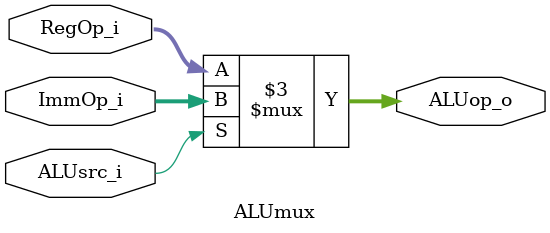
<source format=sv>
module ALUmux(
    input [31:0] RegOp_i,
    input [31:0] ImmOp_i,
    input ALUsrc_i,
    output reg [31:0] ALUop_o
);

always_comb begin
    if(ALUsrc_i) ALUop_o = ImmOp_i;
    else ALUop_o = RegOp_i;
end 

endmodule 

</source>
